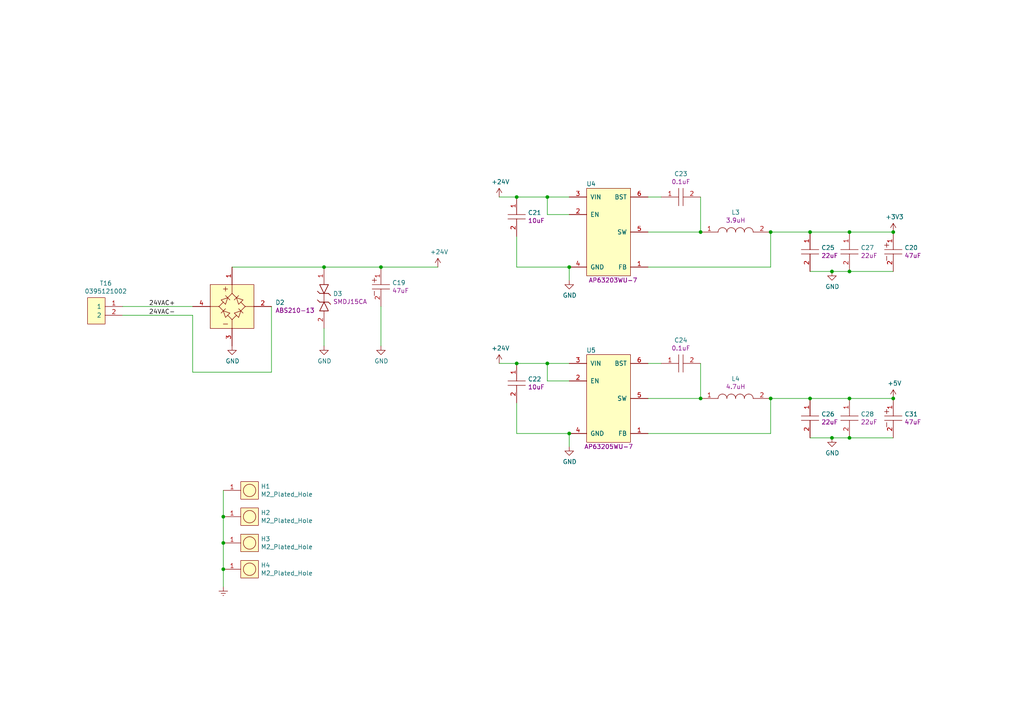
<source format=kicad_sch>
(kicad_sch (version 20231120) (generator "eeschema") (generator_version "8.0")
  (paper "A4")
  (lib_symbols
    (symbol "AVR-KiCAD-Lib-Capacitors:C0805C104M5RACTU" (pin_names (offset 1.016))
      (property "Reference" "C" (at -2.54 2.54 0))
      (property "_Value_" "0.1uF" (at 58.42 63.5 0))
      (symbol "C0805C104M5RACTU_1_1"
        (pin input line (at -5.08 0 0) (length 5.08) (name "~") (number "1"))
        (pin input line (at 6.35 0 180) (length 5.08) (name "~") (number "2"))
      )
    )
    (symbol "AVR-KiCAD-Lib-Capacitors:C2012X7R2A104K125AA" (pin_names (offset 1.016))
      (property "Reference" "C" (at -2.54 2.54 0))
      (property "_Value_" "0.1uF" (at 58.42 63.5 0))
      (symbol "C2012X7R2A104K125AA_1_1"
        (pin input line (at -5.08 0 0) (length 5.08) (name "~") (number "1"))
        (pin input line (at 6.35 0 180) (length 5.08) (name "~") (number "2"))
      )
    )
    (symbol "AVR-KiCAD-Lib-Capacitors:GRM21BD70J226ME44L" (pin_names (offset 1.016))
      (property "Reference" "C" (at -2.54 2.54 0))
      (property "_Value_" "22uF" (at 58.42 63.5 0))
      (symbol "GRM21BD70J226ME44L_1_1"
        (pin input line (at -5.08 0 0) (length 5.08) (name "~") (number "1"))
        (pin input line (at 6.35 0 180) (length 5.08) (name "~") (number "2"))
      )
    )
    (symbol "AVR-KiCAD-Lib-Capacitors:GRT31CC81C226KE01L" (pin_names (offset 1.016))
      (property "Reference" "C" (at -2.54 2.54 0))
      (property "_Value_" "22uF" (at 58.42 63.5 0))
      (symbol "GRT31CC81C226KE01L_1_1"
        (pin input line (at -5.08 0 0) (length 5.08) (name "~") (number "1"))
        (pin input line (at 6.35 0 180) (length 5.08) (name "~") (number "2"))
      )
    )
    (symbol "AVR-KiCAD-Lib-Capacitors:GRT31CR61H106KE01L" (pin_names (offset 1.016))
      (property "Reference" "C" (at -2.54 2.54 0))
      (property "_Value_" "10uF" (at 58.42 63.5 0))
      (symbol "GRT31CR61H106KE01L_1_1"
        (pin input line (at -5.08 0 0) (length 5.08) (name "~") (number "1"))
        (pin input line (at 6.35 0 180) (length 5.08) (name "~") (number "2"))
      )
    )
    (symbol "AVR-KiCAD-Lib-Capacitors:UCM1C470MCL1GS" (pin_names (offset 1.016))
      (property "Reference" "C" (at -2.54 2.54 0))
      (property "_Value_" "47uF" (at 58.42 63.5 0))
      (symbol "UCM1C470MCL1GS_1_1"
        (pin input line (at -5.08 0 0) (length 5.08) (name "~") (number "1"))
        (pin input line (at 6.35 0 180) (length 5.08) (name "~") (number "2"))
      )
    )
    (symbol "AVR-KiCAD-Lib-Capacitors:UUQ1H470MCL1GS" (pin_names (offset 1.016))
      (property "Reference" "C" (at -2.54 2.54 0))
      (property "_Value_" "47uF" (at 58.42 63.5 0))
      (symbol "UUQ1H470MCL1GS_1_1"
        (pin input line (at -5.08 0 0) (length 5.08) (name "~") (number "1"))
        (pin input line (at 6.35 0 180) (length 5.08) (name "~") (number "2"))
      )
    )
    (symbol "AVR-KiCAD-Lib-Connectors:0395121002" (pin_names (offset 1.016))
      (property "Reference" "J" (at -2.54 2.54 0))
      (property "Value" "0395121002" (at 1.27 5.08 0))
      (symbol "0395121002_1_1"
        (pin passive line (at -5.08 0 0) (length 5.08) (name "1") (number "1"))
        (pin passive line (at -5.08 -2.54 0) (length 5.08) (name "2") (number "2"))
      )
    )
    (symbol "AVR-KiCAD-Lib-Diodes:ABS210-13" (pin_names (offset 1.016))
      (property "Reference" "D" (at 0 1.27 0))
      (property "_Value_" "ABS210-13" (at 12.7 -13.97 0))
      (symbol "ABS210-13_1_1"
        (pin passive line (at 6.35 5.08 270) (length 5.08) (name "~") (number "1"))
        (pin passive line (at 17.78 -6.35 180) (length 5.08) (name "~") (number "2"))
        (pin passive line (at 6.35 -17.78 90) (length 5.08) (name "~") (number "3"))
        (pin passive line (at -5.08 -6.35 0) (length 5.08) (name "~") (number "4"))
      )
    )
    (symbol "AVR-KiCAD-Lib-Diodes:SMDJ15CA" (pin_names (offset 1.016))
      (property "Reference" "D" (at -2.54 2.54 0))
      (property "_Value_" "SMDJ15CA" (at 58.42 63.5 0))
      (symbol "SMDJ15CA_1_1"
        (pin passive line (at -8.89 0 0) (length 5.08) (name "~") (number "1"))
        (pin passive line (at 8.89 0 180) (length 5.08) (name "~") (number "2"))
      )
    )
    (symbol "AVR-KiCAD-Lib-Holes_Fasteners:M2_Plated_Hole" (pin_names (offset 1.016))
      (property "Reference" "H" (at -2.54 2.54 0))
      (property "Value" "M2_Plated_Hole" (at 1.27 5.08 0))
      (symbol "M2_Plated_Hole_1_1"
        (pin passive line (at -5.08 0 0) (length 5.08) (name "~") (number "1"))
      )
    )
    (symbol "AVR-KiCAD-Lib-ICs:AP63203WU-7" (pin_names (offset 1.016))
      (property "Reference" "U" (at 0 1.27 0))
      (property "_Value_" "AP63203WU-7" (at 6.35 -26.67 0))
      (symbol "AP63203WU-7_1_1"
        (pin input line (at 17.78 -22.86 180) (length 5.08) (name "FB") (number "1"))
        (pin input line (at -5.08 -7.62 0) (length 5.08) (name "EN") (number "2"))
        (pin power_in line (at -5.08 -2.54 0) (length 5.08) (name "VIN") (number "3"))
        (pin passive line (at -5.08 -22.86 0) (length 5.08) (name "GND") (number "4"))
        (pin output line (at 17.78 -12.7 180) (length 5.08) (name "SW") (number "5"))
        (pin output line (at 17.78 -2.54 180) (length 5.08) (name "BST") (number "6"))
      )
    )
    (symbol "AVR-KiCAD-Lib-ICs:AP63205WU-7" (pin_names (offset 1.016))
      (property "Reference" "U" (at 0 1.27 0))
      (property "_Value_" "AP63205WU-7" (at 6.35 -26.67 0))
      (symbol "AP63205WU-7_1_1"
        (pin input line (at 17.78 -22.86 180) (length 5.08) (name "FB") (number "1"))
        (pin input line (at -5.08 -7.62 0) (length 5.08) (name "EN") (number "2"))
        (pin power_in line (at -5.08 -2.54 0) (length 5.08) (name "VIN") (number "3"))
        (pin passive line (at -5.08 -22.86 0) (length 5.08) (name "GND") (number "4"))
        (pin output line (at 17.78 -12.7 180) (length 5.08) (name "SW") (number "5"))
        (pin output line (at 17.78 -2.54 180) (length 5.08) (name "BST") (number "6"))
      )
    )
    (symbol "AVR-KiCAD-Lib-Inductors:ASPI-0628-3R9M-T1" (pin_names (offset 1.016))
      (property "Reference" "L" (at -2.54 2.54 0))
      (property "_Value_" "3.9uH" (at 58.42 63.5 0))
      (symbol "ASPI-0628-3R9M-T1_1_1"
        (pin input line (at -10.16 0 0) (length 5.08) (name "~") (number "1"))
        (pin input line (at 10.16 0 180) (length 5.08) (name "~") (number "2"))
      )
    )
    (symbol "AVR-KiCAD-Lib-Inductors:SRP6540-4R7M" (pin_names (offset 1.016))
      (property "Reference" "L" (at -2.54 2.54 0))
      (property "_Value_" "4.7uH" (at 58.42 63.5 0))
      (symbol "SRP6540-4R7M_1_1"
        (pin input line (at -10.16 0 0) (length 5.08) (name "~") (number "1"))
        (pin input line (at 10.16 0 180) (length 5.08) (name "~") (number "2"))
      )
    )
    (symbol "agricoltura-vine-k-rescue:+24V-power" (power) (pin_names (offset 0))
      (property "Value" "power_+24V" (at 0 3.556 0))
      (symbol "+24V-power_1_1"
        (pin power_in line (at 0 0 90) (length 0) hide (name "+24V") (number "1"))
      )
    )
    (symbol "agricoltura-vine-k-rescue:+3V3-power" (power) (pin_names (offset 0))
      (property "Value" "power_+3V3" (at 0 3.556 0))
      (symbol "+3V3-power_1_1"
        (pin power_in line (at 0 0 90) (length 0) hide (name "+3V3") (number "1"))
      )
    )
    (symbol "agricoltura-vine-k-rescue:+5V-power" (power) (pin_names (offset 0))
      (property "Value" "power_+5V" (at 0 3.556 0))
      (symbol "+5V-power_1_1"
        (pin power_in line (at 0 0 90) (length 0) hide (name "+5V") (number "1"))
      )
    )
    (symbol "agricoltura-vine-k-rescue:Earth-power" (power) (pin_names (offset 0))
      (symbol "Earth-power_1_1"
        (pin power_in line (at 0 0 270) (length 0) hide (name "Earth") (number "1"))
      )
    )
    (symbol "agricoltura-vine-k-rescue:GND-power" (power) (pin_names (offset 0))
      (property "Value" "power_GND" (at 0 -3.81 0))
      (symbol "GND-power_1_1"
        (pin power_in line (at 0 0 270) (length 0) hide (name "GND") (number "1"))
      )
    )
  )
  (junction (at 246.38 67.31))
  (junction (at 234.95 115.57))
  (junction (at 158.75 57.15))
  (junction (at 158.75 105.41))
  (junction (at 165.1 125.73))
  (junction (at 241.3 78.74))
  (junction (at 149.86 57.15))
  (junction (at 246.38 78.74))
  (junction (at 234.95 67.31))
  (junction (at 259.08 67.31))
  (junction (at 110.49 77.47))
  (junction (at 241.3 127))
  (junction (at 64.77 165.1))
  (junction (at 203.2 67.31))
  (junction (at 259.08 115.57))
  (junction (at 246.38 127))
  (junction (at 64.77 149.86))
  (junction (at 165.1 77.47))
  (junction (at 223.52 67.31))
  (junction (at 246.38 115.57))
  (junction (at 64.77 157.48))
  (junction (at 93.98 77.47))
  (junction (at 203.2 115.57))
  (junction (at 223.52 115.57))
  (junction (at 149.86 105.41))
  (wire (pts (xy 158.75 110.49) (xy 158.75 105.41)))
  (wire (pts (xy 55.88 107.95) (xy 78.74 107.95)))
  (wire (pts (xy 203.2 115.57) (xy 187.96 115.57)))
  (wire (pts (xy 191.77 57.15) (xy 187.96 57.15)))
  (wire (pts (xy 246.38 78.74) (xy 241.3 78.74)))
  (wire (pts (xy 158.75 57.15) (xy 165.1 57.15)))
  (wire (pts (xy 223.52 125.73) (xy 223.52 115.57)))
  (wire (pts (xy 149.86 125.73) (xy 165.1 125.73)))
  (wire (pts (xy 149.86 77.47) (xy 165.1 77.47)))
  (wire (pts (xy 165.1 81.28) (xy 165.1 77.47)))
  (wire (pts (xy 55.88 91.44) (xy 55.88 107.95)))
  (wire (pts (xy 187.96 105.41) (xy 191.77 105.41)))
  (wire (pts (xy 234.95 115.57) (xy 246.38 115.57)))
  (wire (pts (xy 187.96 125.73) (xy 223.52 125.73)))
  (wire (pts (xy 110.49 77.47) (xy 127 77.47)))
  (wire (pts (xy 35.56 91.44) (xy 55.88 91.44)))
  (wire (pts (xy 78.74 107.95) (xy 78.74 88.9)))
  (wire (pts (xy 203.2 57.15) (xy 203.2 67.31)))
  (wire (pts (xy 67.31 77.47) (xy 93.98 77.47)))
  (wire (pts (xy 158.75 105.41) (xy 165.1 105.41)))
  (wire (pts (xy 246.38 67.31) (xy 259.08 67.31)))
  (wire (pts (xy 158.75 62.23) (xy 158.75 57.15)))
  (wire (pts (xy 149.86 105.41) (xy 158.75 105.41)))
  (wire (pts (xy 93.98 77.47) (xy 110.49 77.47)))
  (wire (pts (xy 187.96 77.47) (xy 223.52 77.47)))
  (wire (pts (xy 64.77 157.48) (xy 64.77 165.1)))
  (wire (pts (xy 149.86 116.84) (xy 149.86 125.73)))
  (wire (pts (xy 149.86 68.58) (xy 149.86 77.47)))
  (wire (pts (xy 144.78 105.41) (xy 149.86 105.41)))
  (wire (pts (xy 203.2 67.31) (xy 187.96 67.31)))
  (wire (pts (xy 165.1 129.54) (xy 165.1 125.73)))
  (wire (pts (xy 223.52 115.57) (xy 234.95 115.57)))
  (wire (pts (xy 246.38 78.74) (xy 259.08 78.74)))
  (wire (pts (xy 234.95 67.31) (xy 246.38 67.31)))
  (wire (pts (xy 241.3 78.74) (xy 234.95 78.74)))
  (wire (pts (xy 246.38 127) (xy 241.3 127)))
  (wire (pts (xy 93.98 100.33) (xy 93.98 95.25)))
  (wire (pts (xy 165.1 110.49) (xy 158.75 110.49)))
  (wire (pts (xy 144.78 57.15) (xy 149.86 57.15)))
  (wire (pts (xy 110.49 100.33) (xy 110.49 88.9)))
  (wire (pts (xy 165.1 62.23) (xy 158.75 62.23)))
  (wire (pts (xy 64.77 149.86) (xy 64.77 157.48)))
  (wire (pts (xy 241.3 127) (xy 234.95 127)))
  (wire (pts (xy 223.52 67.31) (xy 234.95 67.31)))
  (wire (pts (xy 223.52 77.47) (xy 223.52 67.31)))
  (wire (pts (xy 246.38 115.57) (xy 259.08 115.57)))
  (wire (pts (xy 149.86 57.15) (xy 158.75 57.15)))
  (wire (pts (xy 64.77 142.24) (xy 64.77 149.86)))
  (wire (pts (xy 246.38 127) (xy 259.08 127)))
  (wire (pts (xy 64.77 165.1) (xy 64.77 170.18)))
  (wire (pts (xy 35.56 88.9) (xy 55.88 88.9)))
  (wire (pts (xy 203.2 105.41) (xy 203.2 115.57)))
  (label "24VAC-" (at 43.18 91.44 0))
  (label "24VAC+" (at 43.18 88.9 0))
  (symbol (lib_id "AVR-KiCAD-Lib-Diodes:ABS210-13") (at 60.96 82.55 0) (unit 1)
    (property "Reference" "D2" (at 79.8576 87.7316 0) (effects (justify left)))
    (property "Value" "ABS210-13" (effects (hide yes)))
    (property "Footprint" "AVR-KiCAD-Lib-Diodes:ABS210-13" (effects (hide yes)))
    (property "Datasheet" "https://www.comchiptech.com/admin/files/product/20190215095655.pdf" (effects (hide yes)))
    (property "Cost QTY: 1" "0.45000" (effects (hide yes)))
    (property "Cost QTY: 1000" "0.10988" (effects (hide yes)))
    (property "Cost QTY: 2500" "0.10054" (effects (hide yes)))
    (property "Cost QTY: 5000" "0.09615" (effects (hide yes)))
    (property "Cost QTY: 10000" "0.08516" (effects (hide yes)))
    (property "MFR" "Diodes Incorporated" (effects (hide yes)))
    (property "MFR#" "ABS210-13" (effects (hide yes)))
    (property "Vendor" "Digikey" (effects (hide yes)))
    (property "Vendor #" "ABS210-13DICT-ND" (effects (hide yes)))
    (property "Designer" "AVR" (effects (hide yes)))
    (property "Height" "2.6mm" (effects (hide yes)))
    (property "Date Created" "3/23/2020" (effects (hide yes)))
    (property "Date Modified" "4/12/2020" (effects (hide yes)))
    (property "Lead-Free ?" "Yes" (effects (hide yes)))
    (property "RoHS Levels" "1" (effects (hide yes)))
    (property "Mounting" "SMT" (effects (hide yes)))
    (property "Pin Count #" "4" (effects (hide yes)))
    (property "Status" "Active" (effects (hide yes)))
    (property "Tolerance" "*" (effects (hide yes)))
    (property "Type" "Rectifier Diode" (effects (hide yes)))
    (property "Voltage" "1KV 2A" (effects (hide yes)))
    (property "Package" "4-SOPA" (effects (hide yes)))
    (property "Description" "Bridge Rectifier Single Phase Standard 1kV Surface Mount 4-SOPA" (effects (hide yes)))
    (property "_Value_" "ABS210-13" (at 79.8576 90.043 0) (effects (justify left)))
    (property "Management_ID" "*" (effects (hide yes)))
  )
  (symbol (lib_id "agricoltura-vine-k-rescue:GND-power") (at 67.31 100.33 0) (unit 1)
    (property "Reference" "#PWR028" (effects (hide yes)))
    (property "Value" "GND" (at 67.437 104.7242 0))
  )
  (symbol (lib_id "AVR-KiCAD-Lib-Diodes:SMDJ15CA") (at 93.98 86.36 270) (unit 1)
    (property "Reference" "D3" (at 96.5962 85.1916 90) (effects (justify left)))
    (property "Value" "SMDJ15CA" (effects (hide yes)))
    (property "Footprint" "AVR-KiCAD-Lib-Diodes:SMDJ15CA" (effects (hide yes)))
    (property "Datasheet" "https://www.littelfuse.com/~/media/electronics/datasheets/tvs_diodes/littelfuse_tvs_diode_smdj_datasheet.pdf.pdf" (effects (hide yes)))
    (property "Cost QTY: 1" "0.97000" (effects (hide yes)))
    (property "Cost QTY: 1000" "0.42439" (effects (hide yes)))
    (property "Cost QTY: 2500" "*" (effects (hide yes)))
    (property "Cost QTY: 5000" "*" (effects (hide yes)))
    (property "Cost QTY: 10000" "*" (effects (hide yes)))
    (property "MFR" "Littelfuse Inc." (effects (hide yes)))
    (property "MFR#" "SMDJ15CA" (effects (hide yes)))
    (property "Vendor" "Digikey" (effects (hide yes)))
    (property "Vendor #" "SMDJ15CACT-ND" (effects (hide yes)))
    (property "Designer" "AVR" (effects (hide yes)))
    (property "Height" "2.62mm" (effects (hide yes)))
    (property "Date Created" "4/24/2020" (effects (hide yes)))
    (property "Date Modified" "4/24/2020" (effects (hide yes)))
    (property "Lead-Free ?" "Yes" (effects (hide yes)))
    (property "RoHS Levels" "1" (effects (hide yes)))
    (property "Mounting" "SMT" (effects (hide yes)))
    (property "Pin Count #" "2" (effects (hide yes)))
    (property "Status" "Active" (effects (hide yes)))
    (property "Tolerance" "*" (effects (hide yes)))
    (property "Type" "TVS Diode Zener" (effects (hide yes)))
    (property "Voltage" "24V Clamp" (effects (hide yes)))
    (property "Package" "SMDJ" (effects (hide yes)))
    (property "Description" "24.4V Clamp 123A Ipp Tvs Diode Surface Mount DO-214AB (SMCJ)" (effects (hide yes)))
    (property "_Value_" "SMDJ15CA" (at 96.5962 87.503 90) (effects (justify left)))
    (property "Management_ID" "*" (effects (hide yes)))
  )
  (symbol (lib_id "agricoltura-vine-k-rescue:GND-power") (at 93.98 100.33 0) (unit 1)
    (property "Reference" "#PWR029" (effects (hide yes)))
    (property "Value" "GND" (at 94.107 104.7242 0))
  )
  (symbol (lib_id "agricoltura-vine-k-rescue:+24V-power") (at 127 77.47 0) (unit 1)
    (property "Reference" "#PWR031" (effects (hide yes)))
    (property "Value" "+24V" (at 127.381 73.0758 0))
  )
  (symbol (lib_id "AVR-KiCAD-Lib-Capacitors:C0805C104M5RACTU") (at 196.85 57.15 0) (unit 1)
    (property "Reference" "C23" (at 197.485 50.419 0))
    (property "Value" "C0805C104M5RACTU" (effects (hide yes)))
    (property "Footprint" "AVR-KiCAD-Lib-Capacitors:C0805" (effects (hide yes)))
    (property "Datasheet" "https://content.kemet.com/datasheets/KEM_C1002_X7R_SMD.pdf" (effects (hide yes)))
    (property "Cost QTY: 1" "0.10000" (effects (hide yes)))
    (property "Cost QTY: 1000" "0.01845" (effects (hide yes)))
    (property "Cost QTY: 2500" "*" (effects (hide yes)))
    (property "Cost QTY: 5000" "0.01341" (effects (hide yes)))
    (property "Cost QTY: 10000" "0.01224" (effects (hide yes)))
    (property "MFR" "KEMET" (effects (hide yes)))
    (property "MFR#" "C0805C104M5RACTU" (effects (hide yes)))
    (property "Vendor" "Digikey" (effects (hide yes)))
    (property "Vendor #" "399-1169-1-ND" (effects (hide yes)))
    (property "Designer" "AVR" (effects (hide yes)))
    (property "Height" "0.88mm" (effects (hide yes)))
    (property "Date Created" "4/7/2020" (effects (hide yes)))
    (property "Date Modified" "4/7/2020" (effects (hide yes)))
    (property "Lead-Free ?" "Yes" (effects (hide yes)))
    (property "RoHS Levels" "1" (effects (hide yes)))
    (property "Mounting" "SMT" (effects (hide yes)))
    (property "Pin Count #" "2" (effects (hide yes)))
    (property "Status" "Active" (effects (hide yes)))
    (property "Tolerance" "20%" (effects (hide yes)))
    (property "Type" "Ceramic Cap" (effects (hide yes)))
    (property "Voltage" "50V" (effects (hide yes)))
    (property "Package" "0805" (effects (hide yes)))
    (property "Description" "0.1µF ±20% 50V Ceramic Capacitor X7R 0805 (2012 Metric)" (effects (hide yes)))
    (property "_Value_" "0.1uF" (at 197.485 52.7304 0))
    (property "Management_ID" "*" (effects (hide yes)))
  )
  (symbol (lib_id "AVR-KiCAD-Lib-Capacitors:GRM21BD70J226ME44L") (at 234.95 72.39 270) (unit 1)
    (property "Reference" "C25" (at 238.2012 71.8566 90) (effects (justify left)))
    (property "Value" "GRM21BD70J226ME44L" (effects (hide yes)))
    (property "Footprint" "growbox-KiCAD-Capacitors:C0805" (effects (hide yes)))
    (property "Datasheet" "https://search.murata.co.jp/Ceramy/image/img/A01X/G101/ENG/GRM21BD70J226ME44-01.pdf" (effects (hide yes)))
    (property "Cost QTY: 1" "0.50000" (effects (hide yes)))
    (property "Cost QTY: 1000" "0.14752" (effects (hide yes)))
    (property "Cost QTY: 2500" "*" (effects (hide yes)))
    (property "Cost QTY: 5000" "*" (effects (hide yes)))
    (property "Cost QTY: 10000" "*" (effects (hide yes)))
    (property "MFR" "Murata Electronics" (effects (hide yes)))
    (property "MFR#" "GRM21BD70J226ME44L" (effects (hide yes)))
    (property "Vendor" "Digikey" (effects (hide yes)))
    (property "Vendor #" "490-14659-1-ND" (effects (hide yes)))
    (property "Designer" "AVR" (effects (hide yes)))
    (property "Height" "1.45mm" (effects (hide yes)))
    (property "Date Created" "4/7/2020" (effects (hide yes)))
    (property "Date Modified" "4/7/2020" (effects (hide yes)))
    (property "Lead-Free ?" "Yes" (effects (hide yes)))
    (property "RoHS Levels" "1" (effects (hide yes)))
    (property "Mounting" "SMT" (effects (hide yes)))
    (property "Pin Count #" "2" (effects (hide yes)))
    (property "Status" "Active" (effects (hide yes)))
    (property "Tolerance" "20%" (effects (hide yes)))
    (property "Type" "Ceramic Cap" (effects (hide yes)))
    (property "Voltage" "6.3v" (effects (hide yes)))
    (property "Package" "0805" (effects (hide yes)))
    (property "Description" "22µF ±20% 6.3V Ceramic Capacitor X7T 0805 (2012 Metric)" (effects (hide yes)))
    (property "_Value_" "22uF" (at 238.2012 74.168 90) (effects (justify left)))
    (property "Management_ID" "*" (effects (hide yes)))
  )
  (symbol (lib_id "AVR-KiCAD-Lib-Capacitors:GRM21BD70J226ME44L") (at 246.38 72.39 270) (unit 1)
    (property "Reference" "C27" (at 249.6312 71.8566 90) (effects (justify left)))
    (property "Value" "GRM21BD70J226ME44L" (effects (hide yes)))
    (property "Footprint" "growbox-KiCAD-Capacitors:C0805" (effects (hide yes)))
    (property "Datasheet" "https://search.murata.co.jp/Ceramy/image/img/A01X/G101/ENG/GRM21BD70J226ME44-01.pdf" (effects (hide yes)))
    (property "Cost QTY: 1" "0.50000" (effects (hide yes)))
    (property "Cost QTY: 1000" "0.14752" (effects (hide yes)))
    (property "Cost QTY: 2500" "*" (effects (hide yes)))
    (property "Cost QTY: 5000" "*" (effects (hide yes)))
    (property "Cost QTY: 10000" "*" (effects (hide yes)))
    (property "MFR" "Murata Electronics" (effects (hide yes)))
    (property "MFR#" "GRM21BD70J226ME44L" (effects (hide yes)))
    (property "Vendor" "Digikey" (effects (hide yes)))
    (property "Vendor #" "490-14659-1-ND" (effects (hide yes)))
    (property "Designer" "AVR" (effects (hide yes)))
    (property "Height" "1.45mm" (effects (hide yes)))
    (property "Date Created" "4/7/2020" (effects (hide yes)))
    (property "Date Modified" "4/7/2020" (effects (hide yes)))
    (property "Lead-Free ?" "Yes" (effects (hide yes)))
    (property "RoHS Levels" "1" (effects (hide yes)))
    (property "Mounting" "SMT" (effects (hide yes)))
    (property "Pin Count #" "2" (effects (hide yes)))
    (property "Status" "Active" (effects (hide yes)))
    (property "Tolerance" "20%" (effects (hide yes)))
    (property "Type" "Ceramic Cap" (effects (hide yes)))
    (property "Voltage" "6.3v" (effects (hide yes)))
    (property "Package" "0805" (effects (hide yes)))
    (property "Description" "22µF ±20% 6.3V Ceramic Capacitor X7T 0805 (2012 Metric)" (effects (hide yes)))
    (property "_Value_" "22uF" (at 249.6312 74.168 90) (effects (justify left)))
    (property "Management_ID" "*" (effects (hide yes)))
  )
  (symbol (lib_id "AVR-KiCAD-Lib-ICs:AP63205WU-7") (at 170.18 102.87 0) (unit 1)
    (property "Reference" "U5" (at 171.45 101.6 0))
    (property "Value" "AP63205WU-7" (effects (hide yes)))
    (property "Footprint" "AVR-KiCAD-Lib-ICs:SOT-23-6_Handsoldering" (effects (hide yes)))
    (property "Datasheet" "https://www.diodes.com/assets/Datasheets/AP63200-AP63201-AP63203-AP63205.pdf" (effects (hide yes)))
    (property "Cost QTY: 1" "0.83000" (effects (hide yes)))
    (property "Cost QTY: 1000" "0.35350" (effects (hide yes)))
    (property "Cost QTY: 2500" "*" (effects (hide yes)))
    (property "Cost QTY: 5000" "*" (effects (hide yes)))
    (property "Cost QTY: 10000" "*" (effects (hide yes)))
    (property "MFR" "Diodes Incorporated" (effects (hide yes)))
    (property "MFR#" "AP63205WU-7" (effects (hide yes)))
    (property "Vendor" "Digikey" (effects (hide yes)))
    (property "Vendor #" "AP63205WU-7DICT-ND" (effects (hide yes)))
    (property "Designer" "AVR" (effects (hide yes)))
    (property "Height" "0.9mm" (effects (hide yes)))
    (property "Date Created" "6/18/2020" (effects (hide yes)))
    (property "Date Modified" "6/18/2020" (effects (hide yes)))
    (property "Lead-Free ?" "Yes" (effects (hide yes)))
    (property "RoHS Levels" "1" (effects (hide yes)))
    (property "Mounting" "SMT" (effects (hide yes)))
    (property "Pin Count #" "6" (effects (hide yes)))
    (property "Status" "Active" (effects (hide yes)))
    (property "Tolerance" "*" (effects (hide yes)))
    (property "Type" "IC" (effects (hide yes)))
    (property "Voltage" "32V, 5V" (effects (hide yes)))
    (property "Package" "SOT23-6" (effects (hide yes)))
    (property "Description" "Buck Switching Regulator IC Positive Fixed 5V 1 Output 2A SOT-23-6 Thin, TSOT-23-6" (effects (hide yes)))
    (property "_Value_" "AP63205WU-7" (at 176.53 129.54 0))
    (property "Management_ID" "*" (effects (hide yes)))
  )
  (symbol (lib_id "AVR-KiCAD-Lib-Inductors:SRP6540-4R7M") (at 213.36 115.57 0) (unit 1)
    (property "Reference" "L4" (at 213.36 109.855 0))
    (property "Value" "SRP6540-4R7M" (effects (hide yes)))
    (property "Footprint" "AVR-KiCAD-Lib-Inductors:SRP6540-4R7M" (effects (hide yes)))
    (property "Datasheet" "https://www.bourns.com/docs/Product-Datasheets/SRP6540.pdf" (effects (hide yes)))
    (property "Cost QTY: 1" "1.49000" (effects (hide yes)))
    (property "Cost QTY: 1000" "*" (effects (hide yes)))
    (property "Cost QTY: 2500" "*" (effects (hide yes)))
    (property "Cost QTY: 5000" "*" (effects (hide yes)))
    (property "Cost QTY: 10000" "*" (effects (hide yes)))
    (property "MFR" "Bourns Inc." (effects (hide yes)))
    (property "MFR#" "SRP6540-4R7M" (effects (hide yes)))
    (property "Vendor" "Digikey" (effects (hide yes)))
    (property "Vendor #" "SRP6540-4R7MCT-ND" (effects (hide yes)))
    (property "Designer" "AVR" (effects (hide yes)))
    (property "Height" "4mm" (effects (hide yes)))
    (property "Date Created" "6/18/2020" (effects (hide yes)))
    (property "Date Modified" "6/18/2020" (effects (hide yes)))
    (property "Lead-Free ?" "Yes" (effects (hide yes)))
    (property "RoHS Levels" "1" (effects (hide yes)))
    (property "Mounting" "SMT" (effects (hide yes)))
    (property "Pin Count #" "2" (effects (hide yes)))
    (property "Status" "Active" (effects (hide yes)))
    (property "Tolerance" "20%" (effects (hide yes)))
    (property "Type" "Inductor" (effects (hide yes)))
    (property "Voltage" "*" (effects (hide yes)))
    (property "Package" "Proprietary" (effects (hide yes)))
    (property "_Value_" "4.7uH" (at 213.36 112.1664 0))
    (property "Description" "FIXED IND 4.7UH 6A 33.5 MOHM SMD" (effects (hide yes)))
    (property "Management_ID" "*" (effects (hide yes)))
  )
  (symbol (lib_id "agricoltura-vine-k-rescue:+24V-power") (at 144.78 105.41 0) (unit 1)
    (property "Reference" "#PWR033" (effects (hide yes)))
    (property "Value" "+24V" (at 145.161 101.0158 0))
  )
  (symbol (lib_id "agricoltura-vine-k-rescue:+3V3-power") (at 259.08 67.31 0) (unit 1)
    (property "Reference" "#PWR038" (effects (hide yes)))
    (property "Value" "+3V3" (at 259.461 62.9158 0))
  )
  (symbol (lib_id "agricoltura-vine-k-rescue:GND-power") (at 241.3 127 0) (unit 1)
    (property "Reference" "#PWR037" (effects (hide yes)))
    (property "Value" "GND" (at 241.427 131.3942 0))
  )
  (symbol (lib_id "AVR-KiCAD-Lib-Capacitors:GRT31CR61H106KE01L") (at 149.86 110.49 270) (unit 1)
    (property "Reference" "C22" (at 153.1112 109.9566 90) (effects (justify left)))
    (property "Value" "GRT31CR61H106KE01L" (effects (hide yes)))
    (property "Footprint" "AVR-KiCAD-Lib-Capacitors:C1206" (effects (hide yes)))
    (property "Datasheet" "https://search.murata.co.jp/Ceramy/image/img/A01X/G101/ENG/GRT31CR61H106KE01-01.pdf" (effects (hide yes)))
    (property "Cost QTY: 1" "0.76000" (effects (hide yes)))
    (property "Cost QTY: 1000" "0.22271" (effects (hide yes)))
    (property "Cost QTY: 2500" "0.18228" (effects (hide yes)))
    (property "Cost QTY: 5000" "*" (effects (hide yes)))
    (property "Cost QTY: 10000" "0.15950" (effects (hide yes)))
    (property "MFR" "Murata Electronics" (effects (hide yes)))
    (property "MFR#" "GRT31CR61H106KE01L" (effects (hide yes)))
    (property "Vendor" "Digikey" (effects (hide yes)))
    (property "Vendor #" "490-12456-1-ND" (effects (hide yes)))
    (property "Designer" "AVR" (effects (hide yes)))
    (property "Height" "1.8mm" (effects (hide yes)))
    (property "Date Created" "6/18/2020" (effects (hide yes)))
    (property "Date Modified" "6/18/2020" (effects (hide yes)))
    (property "Lead-Free ?" "Yes" (effects (hide yes)))
    (property "RoHS Levels" "1" (effects (hide yes)))
    (property "Mounting" "SMT" (effects (hide yes)))
    (property "Pin Count #" "2" (effects (hide yes)))
    (property "Status" "Active" (effects (hide yes)))
    (property "Tolerance" "10%" (effects (hide yes)))
    (property "Type" "Capacitor" (effects (hide yes)))
    (property "Voltage" "50V" (effects (hide yes)))
    (property "Package" "1206" (effects (hide yes)))
    (property "Description" "10µF ±10% 50V Ceramic Capacitor X5R 1206 (3216 Metric)" (effects (hide yes)))
    (property "_Value_" "10uF" (at 153.1112 112.268 90) (effects (justify left)))
    (property "Management_ID" "*" (effects (hide yes)))
  )
  (symbol (lib_id "AVR-KiCAD-Lib-Capacitors:GRT31CC81C226KE01L") (at 234.95 120.65 270) (unit 1)
    (property "Reference" "C26" (at 238.2012 120.1166 90) (effects (justify left)))
    (property "Value" "GRT31CC81C226KE01L" (effects (hide yes)))
    (property "Footprint" "AVR-KiCAD-Lib-Capacitors:C1206" (effects (hide yes)))
    (property "Datasheet" "https://search.murata.co.jp/Ceramy/image/img/A01X/G101/ENG/GRT31CC81C226KE01-01.pdf" (effects (hide yes)))
    (property "Cost QTY: 1" "0.61000" (effects (hide yes)))
    (property "Cost QTY: 1000" "0.17973" (effects (hide yes)))
    (property "Cost QTY: 2500" "*" (effects (hide yes)))
    (property "Cost QTY: 5000" "*" (effects (hide yes)))
    (property "Cost QTY: 10000" "0.12871" (effects (hide yes)))
    (property "MFR" "Murata Electronics" (effects (hide yes)))
    (property "MFR#" "GRT31CC81C226KE01L" (effects (hide yes)))
    (property "Vendor" "Digikey" (effects (hide yes)))
    (property "Vendor #" "490-12409-1-ND" (effects (hide yes)))
    (property "Designer" "AVR" (effects (hide yes)))
    (property "Height" "1.8mm" (effects (hide yes)))
    (property "Date Created" "6/18/2020" (effects (hide yes)))
    (property "Date Modified" "6/18/2020" (effects (hide yes)))
    (property "Lead-Free ?" "Yes" (effects (hide yes)))
    (property "RoHS Levels" "1" (effects (hide yes)))
    (property "Mounting" "SMT" (effects (hide yes)))
    (property "Pin Count #" "2" (effects (hide yes)))
    (property "Status" "Active" (effects (hide yes)))
    (property "Tolerance" "10%" (effects (hide yes)))
    (property "Type" "Capacitor" (effects (hide yes)))
    (property "Voltage" "16V" (effects (hide yes)))
    (property "Package" "1206" (effects (hide yes)))
    (property "Description" "22µF ±10% 16V Ceramic Capacitor X6S 1206 (3216 Metric)" (effects (hide yes)))
    (property "_Value_" "22uF" (at 238.2012 122.428 90) (effects (justify left)))
    (property "Management_ID" "*" (effects (hide yes)))
  )
  (symbol (lib_id "AVR-KiCAD-Lib-Capacitors:GRT31CC81C226KE01L") (at 246.38 120.65 270) (unit 1)
    (property "Reference" "C28" (at 249.6312 120.1166 90) (effects (justify left)))
    (property "Value" "GRT31CC81C226KE01L" (effects (hide yes)))
    (property "Footprint" "AVR-KiCAD-Lib-Capacitors:C1206" (effects (hide yes)))
    (property "Datasheet" "https://search.murata.co.jp/Ceramy/image/img/A01X/G101/ENG/GRT31CC81C226KE01-01.pdf" (effects (hide yes)))
    (property "Cost QTY: 1" "0.61000" (effects (hide yes)))
    (property "Cost QTY: 1000" "0.17973" (effects (hide yes)))
    (property "Cost QTY: 2500" "*" (effects (hide yes)))
    (property "Cost QTY: 5000" "*" (effects (hide yes)))
    (property "Cost QTY: 10000" "0.12871" (effects (hide yes)))
    (property "MFR" "Murata Electronics" (effects (hide yes)))
    (property "MFR#" "GRT31CC81C226KE01L" (effects (hide yes)))
    (property "Vendor" "Digikey" (effects (hide yes)))
    (property "Vendor #" "490-12409-1-ND" (effects (hide yes)))
    (property "Designer" "AVR" (effects (hide yes)))
    (property "Height" "1.8mm" (effects (hide yes)))
    (property "Date Created" "6/18/2020" (effects (hide yes)))
    (property "Date Modified" "6/18/2020" (effects (hide yes)))
    (property "Lead-Free ?" "Yes" (effects (hide yes)))
    (property "RoHS Levels" "1" (effects (hide yes)))
    (property "Mounting" "SMT" (effects (hide yes)))
    (property "Pin Count #" "2" (effects (hide yes)))
    (property "Status" "Active" (effects (hide yes)))
    (property "Tolerance" "10%" (effects (hide yes)))
    (property "Type" "Capacitor" (effects (hide yes)))
    (property "Voltage" "16V" (effects (hide yes)))
    (property "Package" "1206" (effects (hide yes)))
    (property "Description" "22µF ±10% 16V Ceramic Capacitor X6S 1206 (3216 Metric)" (effects (hide yes)))
    (property "_Value_" "22uF" (at 249.6312 122.428 90) (effects (justify left)))
    (property "Management_ID" "*" (effects (hide yes)))
  )
  (symbol (lib_id "AVR-KiCAD-Lib-ICs:AP63203WU-7") (at 170.18 54.61 0) (unit 1)
    (property "Reference" "U4" (at 171.45 53.34 0))
    (property "Value" "AP63203WU-7" (effects (hide yes)))
    (property "Footprint" "AVR-KiCAD-Lib-ICs:SOT-23-6_Handsoldering" (effects (hide yes)))
    (property "Datasheet" "https://www.diodes.com/assets/Datasheets/AP63200-AP63201-AP63203-AP63205.pdf" (effects (hide yes)))
    (property "Cost QTY: 1" "0.83000" (effects (hide yes)))
    (property "Cost QTY: 1000" "0.35350" (effects (hide yes)))
    (property "Cost QTY: 2500" "*" (effects (hide yes)))
    (property "Cost QTY: 5000" "*" (effects (hide yes)))
    (property "Cost QTY: 10000" "*" (effects (hide yes)))
    (property "MFR" "Diodes Incorporated" (effects (hide yes)))
    (property "MFR#" "AP63203WU-7" (effects (hide yes)))
    (property "Vendor" "Digikey" (effects (hide yes)))
    (property "Vendor #" "AP63203WU-7DICT-ND" (effects (hide yes)))
    (property "Designer" "AVR" (effects (hide yes)))
    (property "Height" "0.9mm" (effects (hide yes)))
    (property "Date Created" "6/18/2020" (effects (hide yes)))
    (property "Date Modified" "6/18/2020" (effects (hide yes)))
    (property "Lead-Free ?" "Yes" (effects (hide yes)))
    (property "RoHS Levels" "1" (effects (hide yes)))
    (property "Mounting" "SMT" (effects (hide yes)))
    (property "Pin Count #" "6" (effects (hide yes)))
    (property "Status" "Active" (effects (hide yes)))
    (property "Tolerance" "*" (effects (hide yes)))
    (property "Type" "IC" (effects (hide yes)))
    (property "Voltage" "32V, 3.3V" (effects (hide yes)))
    (property "Package" "SOT23-6" (effects (hide yes)))
    (property "Description" "Buck Switching Regulator IC Positive Fixed 3.3V 1 Output 2A SOT-23-6 Thin, TSOT-23-6" (effects (hide yes)))
    (property "_Value_" "AP63203WU-7" (at 177.8 81.28 0))
    (property "Management_ID" "*" (effects (hide yes)))
  )
  (symbol (lib_id "agricoltura-vine-k-rescue:+24V-power") (at 144.78 57.15 0) (unit 1)
    (property "Reference" "#PWR032" (effects (hide yes)))
    (property "Value" "+24V" (at 145.161 52.7558 0))
  )
  (symbol (lib_id "agricoltura-vine-k-rescue:GND-power") (at 165.1 81.28 0) (unit 1)
    (property "Reference" "#PWR034" (effects (hide yes)))
    (property "Value" "GND" (at 165.227 85.6742 0))
  )
  (symbol (lib_id "AVR-KiCAD-Lib-Capacitors:GRT31CR61H106KE01L") (at 149.86 62.23 270) (unit 1)
    (property "Reference" "C21" (at 153.1112 61.6966 90) (effects (justify left)))
    (property "Value" "GRT31CR61H106KE01L" (effects (hide yes)))
    (property "Footprint" "AVR-KiCAD-Lib-Capacitors:C1206" (effects (hide yes)))
    (property "Datasheet" "https://search.murata.co.jp/Ceramy/image/img/A01X/G101/ENG/GRT31CR61H106KE01-01.pdf" (effects (hide yes)))
    (property "Cost QTY: 1" "0.76000" (effects (hide yes)))
    (property "Cost QTY: 1000" "0.22271" (effects (hide yes)))
    (property "Cost QTY: 2500" "0.18228" (effects (hide yes)))
    (property "Cost QTY: 5000" "*" (effects (hide yes)))
    (property "Cost QTY: 10000" "0.15950" (effects (hide yes)))
    (property "MFR" "Murata Electronics" (effects (hide yes)))
    (property "MFR#" "GRT31CR61H106KE01L" (effects (hide yes)))
    (property "Vendor" "Digikey" (effects (hide yes)))
    (property "Vendor #" "490-12456-1-ND" (effects (hide yes)))
    (property "Designer" "AVR" (effects (hide yes)))
    (property "Height" "1.8mm" (effects (hide yes)))
    (property "Date Created" "6/18/2020" (effects (hide yes)))
    (property "Date Modified" "6/18/2020" (effects (hide yes)))
    (property "Lead-Free ?" "Yes" (effects (hide yes)))
    (property "RoHS Levels" "1" (effects (hide yes)))
    (property "Mounting" "SMT" (effects (hide yes)))
    (property "Pin Count #" "2" (effects (hide yes)))
    (property "Status" "Active" (effects (hide yes)))
    (property "Tolerance" "10%" (effects (hide yes)))
    (property "Type" "Capacitor" (effects (hide yes)))
    (property "Voltage" "50V" (effects (hide yes)))
    (property "Package" "1206" (effects (hide yes)))
    (property "Description" "10µF ±10% 50V Ceramic Capacitor X5R 1206 (3216 Metric)" (effects (hide yes)))
    (property "_Value_" "10uF" (at 153.1112 64.008 90) (effects (justify left)))
    (property "Management_ID" "*" (effects (hide yes)))
  )
  (symbol (lib_id "agricoltura-vine-k-rescue:GND-power") (at 165.1 129.54 0) (unit 1)
    (property "Reference" "#PWR035" (effects (hide yes)))
    (property "Value" "GND" (at 165.227 133.9342 0))
  )
  (symbol (lib_id "AVR-KiCAD-Lib-Inductors:ASPI-0628-3R9M-T1") (at 213.36 67.31 0) (unit 1)
    (property "Reference" "L3" (at 213.36 61.595 0))
    (property "Value" "ASPI-0628-3R9M-T1" (effects (hide yes)))
    (property "Footprint" "AVR-KiCAD-Lib-Inductors:ASPI-0628-3R9M-T1" (effects (hide yes)))
    (property "Datasheet" "https://abracon.com/Magnetics/new/ASPI-0628.pdf" (effects (hide yes)))
    (property "Cost QTY: 1" "0.78000" (effects (hide yes)))
    (property "Cost QTY: 1000" "0.28900" (effects (hide yes)))
    (property "Cost QTY: 2500" "*" (effects (hide yes)))
    (property "Cost QTY: 5000" "0.26350" (effects (hide yes)))
    (property "Cost QTY: 10000" "0.25500" (effects (hide yes)))
    (property "MFR" "Abracon LLC" (effects (hide yes)))
    (property "MFR#" "ASPI-0628-3R9M-T1" (effects (hide yes)))
    (property "Vendor" "Digikey" (effects (hide yes)))
    (property "Vendor #" "535-12809-2-ND" (effects (hide yes)))
    (property "Designer" "AVR" (effects (hide yes)))
    (property "Height" "2.8mm" (effects (hide yes)))
    (property "Date Created" "6/18/2020" (effects (hide yes)))
    (property "Date Modified" "6/18/2020" (effects (hide yes)))
    (property "Lead-Free ?" "Yes" (effects (hide yes)))
    (property "RoHS Levels" "1" (effects (hide yes)))
    (property "Mounting" "SMT" (effects (hide yes)))
    (property "Pin Count #" "2" (effects (hide yes)))
    (property "Status" "Active" (effects (hide yes)))
    (property "Tolerance" "20%" (effects (hide yes)))
    (property "Type" "Inductor" (effects (hide yes)))
    (property "Voltage" "*" (effects (hide yes)))
    (property "Package" "Proprietary" (effects (hide yes)))
    (property "_Value_" "3.9uH" (at 213.36 63.9064 0))
    (property "Description" "3.9µH Shielded Wirewound Inductor 3A 31mOhm Nonstandard" (effects (hide yes)))
    (property "Management_ID" "*" (effects (hide yes)))
  )
  (symbol (lib_id "agricoltura-vine-k-rescue:+5V-power") (at 259.08 115.57 0) (unit 1)
    (property "Reference" "#PWR039" (effects (hide yes)))
    (property "Value" "+5V" (at 259.461 111.1758 0))
  )
  (symbol (lib_id "agricoltura-vine-k-rescue:GND-power") (at 241.3 78.74 0) (unit 1)
    (property "Reference" "#PWR036" (effects (hide yes)))
    (property "Value" "GND" (at 241.427 83.1342 0))
  )
  (symbol (lib_id "AVR-KiCAD-Lib-Capacitors:C2012X7R2A104K125AA") (at 196.85 105.41 0) (unit 1)
    (property "Reference" "C24" (at 197.485 98.679 0))
    (property "Value" "C2012X7R2A104K125AA" (effects (hide yes)))
    (property "Footprint" "AVR-KiCAD-Lib-Capacitors:C0805" (effects (hide yes)))
    (property "Datasheet" "https://product.tdk.com/info/en/catalog/datasheets/mlcc_commercial_midvoltage_en.pdf" (effects (hide yes)))
    (property "Cost QTY: 1" "0.21000" (effects (hide yes)))
    (property "Cost QTY: 1000" "0.04364" (effects (hide yes)))
    (property "Cost QTY: 2500" "*" (effects (hide yes)))
    (property "Cost QTY: 5000" "*" (effects (hide yes)))
    (property "Cost QTY: 10000" "0.02850" (effects (hide yes)))
    (property "MFR" "TDK Corporation" (effects (hide yes)))
    (property "MFR#" "C2012X7R2A104K125AA" (effects (hide yes)))
    (property "Vendor" "Digikey" (effects (hide yes)))
    (property "Vendor #" "445-1418-2-ND" (effects (hide yes)))
    (property "Designer" "AVR" (effects (hide yes)))
    (property "Height" "1.45mm" (effects (hide yes)))
    (property "Date Created" "6/17/2020" (effects (hide yes)))
    (property "Date Modified" "6/17/2020" (effects (hide yes)))
    (property "Lead-Free ?" "Yes" (effects (hide yes)))
    (property "RoHS Levels" "1" (effects (hide yes)))
    (property "Mounting" "SMT" (effects (hide yes)))
    (property "Pin Count #" "2" (effects (hide yes)))
    (property "Status" "Active" (effects (hide yes)))
    (property "Tolerance" "10%" (effects (hide yes)))
    (property "Type" "Capacitor" (effects (hide yes)))
    (property "Voltage" "100V" (effects (hide yes)))
    (property "Package" "0805" (effects (hide yes)))
    (property "Description" "0.1µF ±10% 100V Ceramic Capacitor X7R 0805 (2012 Metric)" (effects (hide yes)))
    (property "_Value_" "0.1uF" (at 197.485 100.9904 0))
    (property "Management_ID" "*" (effects (hide yes)))
  )
  (symbol (lib_id "AVR-KiCAD-Lib-Capacitors:UUQ1H470MCL1GS") (at 110.49 82.55 270) (unit 1)
    (property "Reference" "C19" (at 113.7412 82.0166 90) (effects (justify left)))
    (property "Value" "UUQ1H470MCL1GS" (effects (hide yes)))
    (property "Footprint" "AVR-KiCAD-Lib-Capacitors:CP_Elec_8x10" (effects (hide yes)))
    (property "Datasheet" "https://www.nichicon.co.jp/english/products/pdfs/e-uuq.pdf" (effects (hide yes)))
    (property "Cost QTY: 1" "1.06000" (effects (hide yes)))
    (property "Cost QTY: 1000" "*" (effects (hide yes)))
    (property "Cost QTY: 2500" "*" (effects (hide yes)))
    (property "Cost QTY: 5000" "*" (effects (hide yes)))
    (property "Cost QTY: 10000" "*" (effects (hide yes)))
    (property "MFR" "Nichicon" (effects (hide yes)))
    (property "MFR#" "UUQ1H470MCL1GS" (effects (hide yes)))
    (property "Vendor" "Digikey" (effects (hide yes)))
    (property "Vendor #" "493-3212-1-ND" (effects (hide yes)))
    (property "Designer" "AVR" (effects (hide yes)))
    (property "Height" "6.2mm" (effects (hide yes)))
    (property "Date Created" "12/16/2019" (effects (hide yes)))
    (property "Date Modified" "12/16/2019" (effects (hide yes)))
    (property "Lead-Free ?" "Yes" (effects (hide yes)))
    (property "RoHS Levels" "1" (effects (hide yes)))
    (property "Mounting" "SMT" (effects (hide yes)))
    (property "Pin Count #" "2" (effects (hide yes)))
    (property "Status" "Active" (effects (hide yes)))
    (property "Tolerance" "20%" (effects (hide yes)))
    (property "Type" "Alu  Cap Audio" (effects (hide yes)))
    (property "Voltage" "50V" (effects (hide yes)))
    (property "Package" "Radial SMD" (effects (hide yes)))
    (property "Description" "47µF 50V Aluminum Electrolytic Capacitors Radial, Can - SMD 1000 Hrs @ 105°C" (effects (hide yes)))
    (property "_Value_" "47uF" (at 113.7412 84.328 90) (effects (justify left)))
    (property "Management_ID" "*" (effects (hide yes)))
  )
  (symbol (lib_id "agricoltura-vine-k-rescue:GND-power") (at 110.49 100.33 0) (unit 1)
    (property "Reference" "#PWR030" (effects (hide yes)))
    (property "Value" "GND" (at 110.617 104.7242 0))
  )
  (symbol (lib_id "AVR-KiCAD-Lib-Connectors:0395121002") (at 30.48 88.9 0) (mirror y) (unit 1)
    (property "Reference" "T16" (at 30.6832 82.169 0))
    (property "Value" "0395121002" (at 30.6832 84.4804 0))
    (property "Footprint" "AVR-KiCAD-Lib-Connectors:0395121002" (effects (hide yes)))
    (property "Datasheet" "https://www.molex.com/pdm_docs/sd/395121002_sd.pdf" (effects (hide yes)))
    (property "Cost QTY: 1" "0.90000" (effects (hide yes)))
    (property "Cost QTY: 1000" "0.30600" (effects (hide yes)))
    (property "Cost QTY: 2500" "*" (effects (hide yes)))
    (property "Cost QTY: 5000" "0.23940" (effects (hide yes)))
    (property "Cost QTY: 10000" "*" (effects (hide yes)))
    (property "MFR" "Molex" (effects (hide yes)))
    (property "MFR#" "0395121002" (effects (hide yes)))
    (property "Vendor" "Digikey" (effects (hide yes)))
    (property "Vendor #" "WM23198-ND" (effects (hide yes)))
    (property "Designer" "AVR" (effects (hide yes)))
    (property "Height" "6.86mm" (effects (hide yes)))
    (property "Date Created" "6/23/2020" (effects (hide yes)))
    (property "Date Modified" "6/23/2020" (effects (hide yes)))
    (property "Lead-Free ?" "Yes" (effects (hide yes)))
    (property "RoHS Levels" "1" (effects (hide yes)))
    (property "Mounting" "ThroughHole" (effects (hide yes)))
    (property "Pin Count #" "2" (effects (hide yes)))
    (property "Status" "Active" (effects (hide yes)))
    (property "Tolerance" "*" (effects (hide yes)))
    (property "Type" "Connector" (effects (hide yes)))
    (property "Voltage" "300V" (effects (hide yes)))
    (property "Package" "*" (effects (hide yes)))
    (property "Description" "2 Position Terminal Block Header, Male Pins, Shrouded (4 Side) 0.150\" (3.81mm) 90°, Right Angle  Through Hole" (effects (hide yes)))
    (property "_Value_" "0395121002" (effects (hide yes)))
    (property "Management_ID" "*" (effects (hide yes)))
  )
  (symbol (lib_id "agricoltura-vine-k-rescue:Earth-power") (at 64.77 170.18 0) (unit 1)
    (property "Reference" "#PWR0114" (effects (hide yes)))
    (property "Value" "Earth" (effects (hide yes)))
  )
  (symbol (lib_id "AVR-KiCAD-Lib-Capacitors:UCM1C470MCL1GS") (at 259.08 72.39 270) (unit 1)
    (property "Reference" "C20" (at 262.3312 71.8566 90) (effects (justify left)))
    (property "Value" "UCM1C470MCL1GS" (effects (hide yes)))
    (property "Footprint" "AVR-KiCAD-Lib-Capacitors:UCM1C470MCL1GS" (effects (hide yes)))
    (property "Datasheet" "http://nichicon-us.com/english/products/pdfs/e-ucm.pdf" (effects (hide yes)))
    (property "Cost QTY: 1" "0.60000" (effects (hide yes)))
    (property "Cost QTY: 1000" "0.17512" (effects (hide yes)))
    (property "Cost QTY: 2500" "*" (effects (hide yes)))
    (property "Cost QTY: 5000" "*" (effects (hide yes)))
    (property "Cost QTY: 10000" "0.12589" (effects (hide yes)))
    (property "MFR" "Nichicon" (effects (hide yes)))
    (property "MFR#" "UCM1C470MCL1GS" (effects (hide yes)))
    (property "Vendor" "Digikey" (effects (hide yes)))
    (property "Vendor #" "493-14529-2-ND" (effects (hide yes)))
    (property "Designer" "AVR" (effects (hide yes)))
    (property "Height" "6.10mm" (effects (hide yes)))
    (property "Date Created" "6/21/2020" (effects (hide yes)))
    (property "Date Modified" "6/21/2020" (effects (hide yes)))
    (property "Lead-Free ?" "Yes" (effects (hide yes)))
    (property "RoHS Levels" "1" (effects (hide yes)))
    (property "Mounting" "SMT" (effects (hide yes)))
    (property "Pin Count #" "2" (effects (hide yes)))
    (property "Status" "Active" (effects (hide yes)))
    (property "Tolerance" "20%" (effects (hide yes)))
    (property "Type" "Capacitor" (effects (hide yes)))
    (property "Voltage" "16V" (effects (hide yes)))
    (property "Package" "Radial Can SMD" (effects (hide yes)))
    (property "Description" "47µF 16V Aluminum Electrolytic Capacitors Radial, Can - SMD  2000 Hrs @ 105°C" (effects (hide yes)))
    (property "_Value_" "47uF" (at 262.3312 74.168 90) (effects (justify left)))
    (property "Management_ID" "*" (effects (hide yes)))
  )
  (symbol (lib_id "AVR-KiCAD-Lib-Capacitors:UCM1C470MCL1GS") (at 259.08 120.65 270) (unit 1)
    (property "Reference" "C31" (at 262.3312 120.1166 90) (effects (justify left)))
    (property "Value" "UCM1C470MCL1GS" (effects (hide yes)))
    (property "Footprint" "AVR-KiCAD-Lib-Capacitors:UCM1C470MCL1GS" (effects (hide yes)))
    (property "Datasheet" "http://nichicon-us.com/english/products/pdfs/e-ucm.pdf" (effects (hide yes)))
    (property "Cost QTY: 1" "0.60000" (effects (hide yes)))
    (property "Cost QTY: 1000" "0.17512" (effects (hide yes)))
    (property "Cost QTY: 2500" "*" (effects (hide yes)))
    (property "Cost QTY: 5000" "*" (effects (hide yes)))
    (property "Cost QTY: 10000" "0.12589" (effects (hide yes)))
    (property "MFR" "Nichicon" (effects (hide yes)))
    (property "MFR#" "UCM1C470MCL1GS" (effects (hide yes)))
    (property "Vendor" "Digikey" (effects (hide yes)))
    (property "Vendor #" "493-14529-2-ND" (effects (hide yes)))
    (property "Designer" "AVR" (effects (hide yes)))
    (property "Height" "6.10mm" (effects (hide yes)))
    (property "Date Created" "6/21/2020" (effects (hide yes)))
    (property "Date Modified" "6/21/2020" (effects (hide yes)))
    (property "Lead-Free ?" "Yes" (effects (hide yes)))
    (property "RoHS Levels" "1" (effects (hide yes)))
    (property "Mounting" "SMT" (effects (hide yes)))
    (property "Pin Count #" "2" (effects (hide yes)))
    (property "Status" "Active" (effects (hide yes)))
    (property "Tolerance" "20%" (effects (hide yes)))
    (property "Type" "Capacitor" (effects (hide yes)))
    (property "Voltage" "16V" (effects (hide yes)))
    (property "Package" "Radial Can SMD" (effects (hide yes)))
    (property "Description" "47µF 16V Aluminum Electrolytic Capacitors Radial, Can - SMD  2000 Hrs @ 105°C" (effects (hide yes)))
    (property "_Value_" "47uF" (at 262.3312 122.428 90) (effects (justify left)))
    (property "Management_ID" "*" (effects (hide yes)))
  )
  (symbol (lib_id "AVR-KiCAD-Lib-Holes_Fasteners:M2_Plated_Hole") (at 69.85 142.24 0) (unit 1)
    (property "Reference" "H1" (at 75.6412 141.0716 0) (effects (justify left)))
    (property "Value" "M2_Plated_Hole" (at 75.6412 143.383 0) (effects (justify left)))
    (property "Footprint" "AVR-KiCAD-Lib-Holes_Fasteners:M2_HOLE" (effects (hide yes)))
    (property "Cost QTY: 1" "*" (effects (hide yes)))
    (property "Cost QTY: 1000" "*" (effects (hide yes)))
    (property "Cost QTY: 2500" "*" (effects (hide yes)))
    (property "Cost QTY: 5000" "*" (effects (hide yes)))
    (property "Cost QTY: 10000" "*" (effects (hide yes)))
    (property "MFR" "*" (effects (hide yes)))
    (property "MFR#" "*" (effects (hide yes)))
    (property "Vendor" "*" (effects (hide yes)))
    (property "Vendor #" "*" (effects (hide yes)))
    (property "Designer" "*" (effects (hide yes)))
    (property "Height" "*" (effects (hide yes)))
    (property "Date Created" "*" (effects (hide yes)))
    (property "Date Modified" "*" (effects (hide yes)))
    (property "Lead-Free ?" "*" (effects (hide yes)))
    (property "RoHS Levels" "*" (effects (hide yes)))
    (property "Mounting" "*" (effects (hide yes)))
    (property "Pin Count #" "*" (effects (hide yes)))
    (property "Status" "*" (effects (hide yes)))
    (property "Tolerance" "*" (effects (hide yes)))
    (property "Type" "*" (effects (hide yes)))
    (property "Voltage" "*" (effects (hide yes)))
    (property "Package" "*" (effects (hide yes)))
    (property "_Value_" "M2 Hole" (effects (hide yes)))
    (property "Management_ID" "*" (effects (hide yes)))
    (property "Description" "Plated M2 Screw Hole" (effects (hide yes)))
  )
  (symbol (lib_id "AVR-KiCAD-Lib-Holes_Fasteners:M2_Plated_Hole") (at 69.85 149.86 0) (unit 1)
    (property "Reference" "H2" (at 75.6412 148.6916 0) (effects (justify left)))
    (property "Value" "M2_Plated_Hole" (at 75.6412 151.003 0) (effects (justify left)))
    (property "Footprint" "AVR-KiCAD-Lib-Holes_Fasteners:M2_HOLE" (effects (hide yes)))
    (property "Cost QTY: 1" "*" (effects (hide yes)))
    (property "Cost QTY: 1000" "*" (effects (hide yes)))
    (property "Cost QTY: 2500" "*" (effects (hide yes)))
    (property "Cost QTY: 5000" "*" (effects (hide yes)))
    (property "Cost QTY: 10000" "*" (effects (hide yes)))
    (property "MFR" "*" (effects (hide yes)))
    (property "MFR#" "*" (effects (hide yes)))
    (property "Vendor" "*" (effects (hide yes)))
    (property "Vendor #" "*" (effects (hide yes)))
    (property "Designer" "*" (effects (hide yes)))
    (property "Height" "*" (effects (hide yes)))
    (property "Date Created" "*" (effects (hide yes)))
    (property "Date Modified" "*" (effects (hide yes)))
    (property "Lead-Free ?" "*" (effects (hide yes)))
    (property "RoHS Levels" "*" (effects (hide yes)))
    (property "Mounting" "*" (effects (hide yes)))
    (property "Pin Count #" "*" (effects (hide yes)))
    (property "Status" "*" (effects (hide yes)))
    (property "Tolerance" "*" (effects (hide yes)))
    (property "Type" "*" (effects (hide yes)))
    (property "Voltage" "*" (effects (hide yes)))
    (property "Package" "*" (effects (hide yes)))
    (property "_Value_" "M2 Hole" (effects (hide yes)))
    (property "Management_ID" "*" (effects (hide yes)))
    (property "Description" "Plated M2 Screw Hole" (effects (hide yes)))
  )
  (symbol (lib_id "AVR-KiCAD-Lib-Holes_Fasteners:M2_Plated_Hole") (at 69.85 157.48 0) (unit 1)
    (property "Reference" "H3" (at 75.6412 156.3116 0) (effects (justify left)))
    (property "Value" "M2_Plated_Hole" (at 75.6412 158.623 0) (effects (justify left)))
    (property "Footprint" "AVR-KiCAD-Lib-Holes_Fasteners:M2_HOLE" (effects (hide yes)))
    (property "Cost QTY: 1" "*" (effects (hide yes)))
    (property "Cost QTY: 1000" "*" (effects (hide yes)))
    (property "Cost QTY: 2500" "*" (effects (hide yes)))
    (property "Cost QTY: 5000" "*" (effects (hide yes)))
    (property "Cost QTY: 10000" "*" (effects (hide yes)))
    (property "MFR" "*" (effects (hide yes)))
    (property "MFR#" "*" (effects (hide yes)))
    (property "Vendor" "*" (effects (hide yes)))
    (property "Vendor #" "*" (effects (hide yes)))
    (property "Designer" "*" (effects (hide yes)))
    (property "Height" "*" (effects (hide yes)))
    (property "Date Created" "*" (effects (hide yes)))
    (property "Date Modified" "*" (effects (hide yes)))
    (property "Lead-Free ?" "*" (effects (hide yes)))
    (property "RoHS Levels" "*" (effects (hide yes)))
    (property "Mounting" "*" (effects (hide yes)))
    (property "Pin Count #" "*" (effects (hide yes)))
    (property "Status" "*" (effects (hide yes)))
    (property "Tolerance" "*" (effects (hide yes)))
    (property "Type" "*" (effects (hide yes)))
    (property "Voltage" "*" (effects (hide yes)))
    (property "Package" "*" (effects (hide yes)))
    (property "_Value_" "M2 Hole" (effects (hide yes)))
    (property "Management_ID" "*" (effects (hide yes)))
    (property "Description" "Plated M2 Screw Hole" (effects (hide yes)))
  )
  (symbol (lib_id "AVR-KiCAD-Lib-Holes_Fasteners:M2_Plated_Hole") (at 69.85 165.1 0) (unit 1)
    (property "Reference" "H4" (at 75.6412 163.9316 0) (effects (justify left)))
    (property "Value" "M2_Plated_Hole" (at 75.6412 166.243 0) (effects (justify left)))
    (property "Footprint" "AVR-KiCAD-Lib-Holes_Fasteners:M2_HOLE" (effects (hide yes)))
    (property "Cost QTY: 1" "*" (effects (hide yes)))
    (property "Cost QTY: 1000" "*" (effects (hide yes)))
    (property "Cost QTY: 2500" "*" (effects (hide yes)))
    (property "Cost QTY: 5000" "*" (effects (hide yes)))
    (property "Cost QTY: 10000" "*" (effects (hide yes)))
    (property "MFR" "*" (effects (hide yes)))
    (property "MFR#" "*" (effects (hide yes)))
    (property "Vendor" "*" (effects (hide yes)))
    (property "Vendor #" "*" (effects (hide yes)))
    (property "Designer" "*" (effects (hide yes)))
    (property "Height" "*" (effects (hide yes)))
    (property "Date Created" "*" (effects (hide yes)))
    (property "Date Modified" "*" (effects (hide yes)))
    (property "Lead-Free ?" "*" (effects (hide yes)))
    (property "RoHS Levels" "*" (effects (hide yes)))
    (property "Mounting" "*" (effects (hide yes)))
    (property "Pin Count #" "*" (effects (hide yes)))
    (property "Status" "*" (effects (hide yes)))
    (property "Tolerance" "*" (effects (hide yes)))
    (property "Type" "*" (effects (hide yes)))
    (property "Voltage" "*" (effects (hide yes)))
    (property "Package" "*" (effects (hide yes)))
    (property "_Value_" "M2 Hole" (effects (hide yes)))
    (property "Management_ID" "*" (effects (hide yes)))
    (property "Description" "Plated M2 Screw Hole" (effects (hide yes)))
  )
)
</source>
